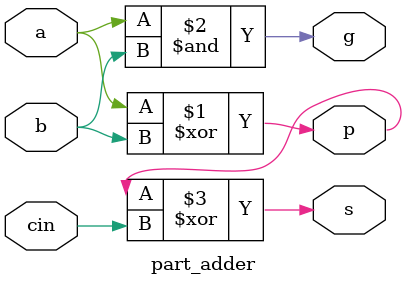
<source format=sv>
module part_adder (
  input logic a,
  input logic b,
  input logic cin,
  output logic s,
  output logic p,
  output logic g);

  assign p = a ^ b;
  assign g = a & b;
  assign s = p ^ cin;
endmodule
</source>
